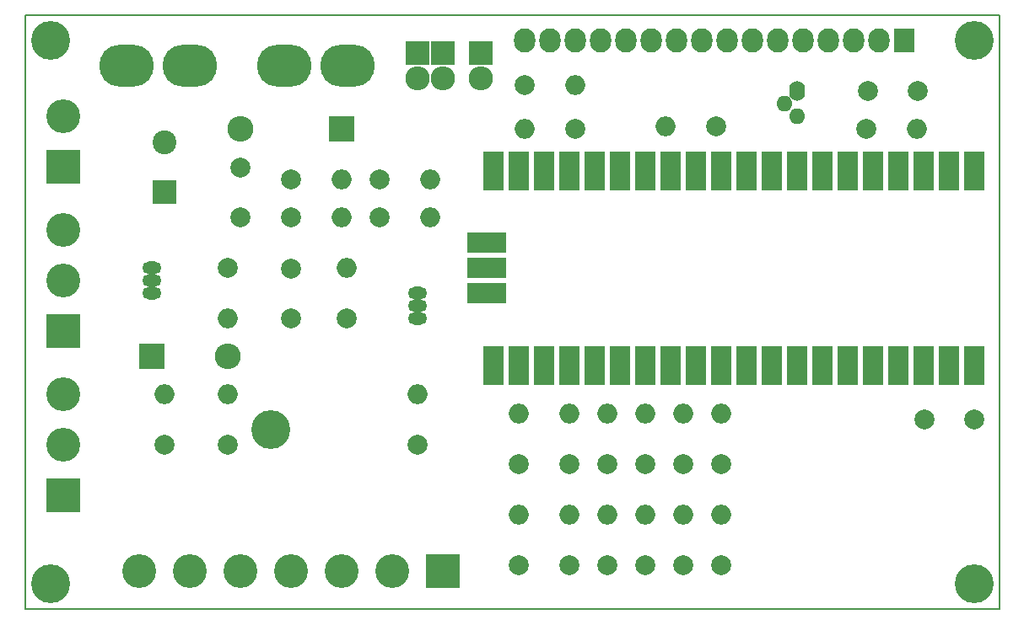
<source format=gbr>
G04 #@! TF.FileFunction,Soldermask,Top*
%FSLAX46Y46*%
G04 Gerber Fmt 4.6, Leading zero omitted, Abs format (unit mm)*
G04 Created by KiCad (PCBNEW 4.0.5+dfsg1-4+deb9u1) date Tue Nov 15 17:13:48 2022*
%MOMM*%
%LPD*%
G01*
G04 APERTURE LIST*
%ADD10C,0.100000*%
%ADD11C,0.150000*%
%ADD12C,3.900000*%
%ADD13O,2.100000X2.100000*%
%ADD14R,2.100000X2.100000*%
%ADD15R,2.100000X3.900000*%
%ADD16R,3.900000X2.100000*%
%ADD17C,2.000000*%
%ADD18O,2.000000X2.000000*%
%ADD19R,3.400000X3.400000*%
%ADD20C,3.400000*%
%ADD21R,2.127200X2.432000*%
%ADD22O,2.127200X2.432000*%
%ADD23R,2.400000X2.400000*%
%ADD24C,2.400000*%
%ADD25R,2.600000X2.600000*%
%ADD26O,2.600000X2.600000*%
%ADD27O,5.480000X4.240000*%
%ADD28R,2.432000X2.432000*%
%ADD29O,2.432000X2.432000*%
%ADD30O,1.901140X1.299160*%
%ADD31O,1.600000X2.000000*%
%ADD32O,1.600000X1.600000*%
G04 APERTURE END LIST*
D10*
D11*
X193802000Y-68834000D02*
X193802000Y-128524000D01*
X96012000Y-68834000D02*
X193802000Y-68834000D01*
X96012000Y-128524000D02*
X96012000Y-68834000D01*
X193802000Y-128524000D02*
X96012000Y-128524000D01*
D12*
X120650000Y-110490000D03*
D13*
X191262000Y-85344000D03*
X188722000Y-85344000D03*
D14*
X186182000Y-85344000D03*
D13*
X183642000Y-85344000D03*
X181102000Y-85344000D03*
X178562000Y-85344000D03*
X176022000Y-85344000D03*
D14*
X173482000Y-85344000D03*
D13*
X170942000Y-85344000D03*
X168402000Y-85344000D03*
X165862000Y-85344000D03*
X163322000Y-85344000D03*
D14*
X160782000Y-85344000D03*
D13*
X158242000Y-85344000D03*
X155702000Y-85344000D03*
X153162000Y-85344000D03*
X150622000Y-85344000D03*
D14*
X148082000Y-85344000D03*
D13*
X145542000Y-85344000D03*
X143002000Y-85344000D03*
X143002000Y-103124000D03*
X145542000Y-103124000D03*
D14*
X148082000Y-103124000D03*
D13*
X150622000Y-103124000D03*
X153162000Y-103124000D03*
X155702000Y-103124000D03*
X158242000Y-103124000D03*
D14*
X160782000Y-103124000D03*
D13*
X163322000Y-103124000D03*
X165862000Y-103124000D03*
X168402000Y-103124000D03*
X170942000Y-103124000D03*
D14*
X173482000Y-103124000D03*
D13*
X176022000Y-103124000D03*
X178562000Y-103124000D03*
X181102000Y-103124000D03*
X183642000Y-103124000D03*
D14*
X186182000Y-103124000D03*
D13*
X188722000Y-103124000D03*
X191262000Y-103124000D03*
D15*
X191262000Y-84444000D03*
X188722000Y-84444000D03*
X186182000Y-84444000D03*
X183642000Y-84444000D03*
X181102000Y-84444000D03*
X178562000Y-84444000D03*
X176022000Y-84444000D03*
X173482000Y-84444000D03*
X170942000Y-84444000D03*
X168402000Y-84444000D03*
X165862000Y-84444000D03*
X163322000Y-84444000D03*
X160782000Y-84444000D03*
X158242000Y-84444000D03*
X155702000Y-84444000D03*
X153162000Y-84444000D03*
X150622000Y-84444000D03*
X148082000Y-84444000D03*
X145542000Y-84444000D03*
X143002000Y-84444000D03*
X191262000Y-104024000D03*
X188722000Y-104024000D03*
X186182000Y-104024000D03*
X183642000Y-104024000D03*
X181102000Y-104024000D03*
X178562000Y-104024000D03*
X176022000Y-104024000D03*
X173482000Y-104024000D03*
X170942000Y-104024000D03*
X168402000Y-104024000D03*
X165862000Y-104024000D03*
X163322000Y-104024000D03*
X160782000Y-104024000D03*
X158242000Y-104024000D03*
X155702000Y-104024000D03*
X153162000Y-104024000D03*
X150622000Y-104024000D03*
X148082000Y-104024000D03*
X145542000Y-104024000D03*
X143002000Y-104024000D03*
D16*
X142332000Y-91694000D03*
D13*
X143232000Y-91694000D03*
D16*
X142332000Y-94234000D03*
D14*
X143232000Y-94234000D03*
D16*
X142332000Y-96774000D03*
D13*
X143232000Y-96774000D03*
D17*
X146177000Y-75819000D03*
D18*
X151257000Y-75819000D03*
D19*
X99822000Y-100584000D03*
D20*
X99822000Y-95504000D03*
X99822000Y-90424000D03*
D12*
X191262000Y-125984000D03*
X191262000Y-71374000D03*
X98552000Y-71374000D03*
X98552000Y-125984000D03*
D21*
X184277000Y-71374000D03*
D22*
X181737000Y-71374000D03*
X179197000Y-71374000D03*
X176657000Y-71374000D03*
X174117000Y-71374000D03*
X171577000Y-71374000D03*
X169037000Y-71374000D03*
X166497000Y-71374000D03*
X163957000Y-71374000D03*
X161417000Y-71374000D03*
X158877000Y-71374000D03*
X156337000Y-71374000D03*
X153797000Y-71374000D03*
X151257000Y-71374000D03*
X148717000Y-71374000D03*
X146177000Y-71374000D03*
D23*
X109982000Y-86614000D03*
D24*
X109982000Y-81614000D03*
D17*
X180594000Y-76454000D03*
X185594000Y-76454000D03*
X122682000Y-99314000D03*
X122682000Y-94314000D03*
X191262000Y-109474000D03*
X186262000Y-109474000D03*
X117602000Y-89154000D03*
X117602000Y-84154000D03*
D25*
X127762000Y-80264000D03*
D26*
X117602000Y-80264000D03*
D25*
X108712000Y-103124000D03*
D26*
X116332000Y-103124000D03*
D27*
X106172000Y-73914000D03*
X112522000Y-73914000D03*
X122047000Y-73914000D03*
X128397000Y-73914000D03*
D19*
X99822000Y-84074000D03*
D20*
X99822000Y-78994000D03*
D19*
X99822000Y-117094000D03*
D20*
X99822000Y-112014000D03*
X99822000Y-106934000D03*
D28*
X141732000Y-72644000D03*
D29*
X141732000Y-75184000D03*
D28*
X137922000Y-72644000D03*
D29*
X137922000Y-75184000D03*
D28*
X135382000Y-72644000D03*
D29*
X135382000Y-75184000D03*
D20*
X112522000Y-124714000D03*
X132842000Y-124714000D03*
X127762000Y-124714000D03*
D19*
X137922000Y-124714000D03*
D20*
X122682000Y-124714000D03*
X117602000Y-124714000D03*
X107442000Y-124714000D03*
D17*
X116332000Y-112014000D03*
D18*
X116332000Y-106934000D03*
D17*
X116332000Y-94234000D03*
D18*
X116332000Y-99314000D03*
D17*
X109982000Y-112014000D03*
D18*
X109982000Y-106934000D03*
D17*
X128270000Y-99314000D03*
D18*
X128270000Y-94234000D03*
D17*
X165354000Y-80010000D03*
D18*
X160274000Y-80010000D03*
D17*
X135382000Y-112014000D03*
D18*
X135382000Y-106934000D03*
D17*
X180467000Y-80264000D03*
D18*
X185547000Y-80264000D03*
D17*
X151257000Y-80264000D03*
D18*
X146177000Y-80264000D03*
D30*
X108712000Y-95504000D03*
X108712000Y-96774000D03*
X108712000Y-94234000D03*
X135382000Y-98044000D03*
X135382000Y-96774000D03*
X135382000Y-99314000D03*
D31*
X173482000Y-76454000D03*
D32*
X172212000Y-77724000D03*
X173482000Y-78994000D03*
D17*
X165862000Y-113919000D03*
D18*
X165862000Y-108839000D03*
D17*
X162052000Y-113919000D03*
D18*
X162052000Y-108839000D03*
D17*
X158242000Y-113919000D03*
D18*
X158242000Y-108839000D03*
D17*
X154432000Y-113919000D03*
D18*
X154432000Y-108839000D03*
D17*
X150622000Y-113919000D03*
D18*
X150622000Y-108839000D03*
D17*
X145542000Y-113919000D03*
D18*
X145542000Y-108839000D03*
D17*
X131572000Y-89154000D03*
D18*
X136652000Y-89154000D03*
D17*
X131572000Y-85344000D03*
D18*
X136652000Y-85344000D03*
D17*
X165862000Y-124079000D03*
D18*
X165862000Y-118999000D03*
D17*
X162052000Y-124079000D03*
D18*
X162052000Y-118999000D03*
D17*
X158242000Y-124079000D03*
D18*
X158242000Y-118999000D03*
D17*
X154432000Y-124079000D03*
D18*
X154432000Y-118999000D03*
D17*
X150622000Y-124079000D03*
D18*
X150622000Y-118999000D03*
D17*
X145542000Y-124079000D03*
D18*
X145542000Y-118999000D03*
D17*
X122682000Y-89154000D03*
D18*
X127762000Y-89154000D03*
D17*
X122682000Y-85344000D03*
D18*
X127762000Y-85344000D03*
M02*

</source>
